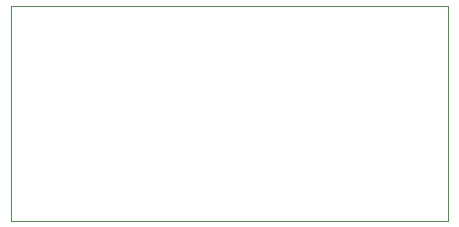
<source format=gbr>
G04 #@! TF.GenerationSoftware,KiCad,Pcbnew,8.0.1*
G04 #@! TF.CreationDate,2024-03-22T12:16:06+01:00*
G04 #@! TF.ProjectId,RTL8812AU_module,52544c38-3831-4324-9155-5f6d6f64756c,rev?*
G04 #@! TF.SameCoordinates,Original*
G04 #@! TF.FileFunction,Profile,NP*
%FSLAX46Y46*%
G04 Gerber Fmt 4.6, Leading zero omitted, Abs format (unit mm)*
G04 Created by KiCad (PCBNEW 8.0.1) date 2024-03-22 12:16:06*
%MOMM*%
%LPD*%
G01*
G04 APERTURE LIST*
G04 #@! TA.AperFunction,Profile*
%ADD10C,0.050000*%
G04 #@! TD*
G04 APERTURE END LIST*
D10*
X116500000Y-71250000D02*
X153500000Y-71250000D01*
X153500000Y-89500000D01*
X116500000Y-89500000D01*
X116500000Y-71250000D01*
M02*

</source>
